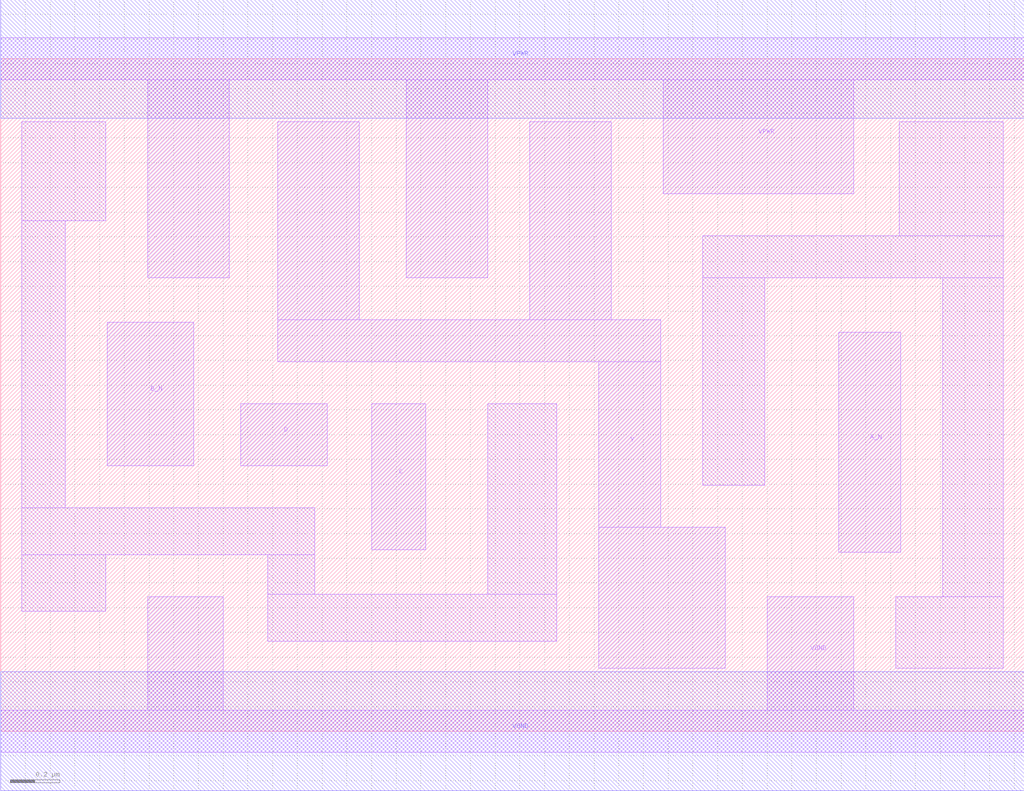
<source format=lef>
# Copyright 2020 The SkyWater PDK Authors
#
# Licensed under the Apache License, Version 2.0 (the "License");
# you may not use this file except in compliance with the License.
# You may obtain a copy of the License at
#
#     https://www.apache.org/licenses/LICENSE-2.0
#
# Unless required by applicable law or agreed to in writing, software
# distributed under the License is distributed on an "AS IS" BASIS,
# WITHOUT WARRANTIES OR CONDITIONS OF ANY KIND, either express or implied.
# See the License for the specific language governing permissions and
# limitations under the License.
#
# SPDX-License-Identifier: Apache-2.0

VERSION 5.5 ;
NAMESCASESENSITIVE ON ;
BUSBITCHARS "[]" ;
DIVIDERCHAR "/" ;
MACRO sky130_fd_sc_hd__nand4bb_1
  CLASS CORE ;
  SOURCE USER ;
  ORIGIN  0.000000  0.000000 ;
  SIZE  4.140000 BY  2.720000 ;
  SYMMETRY X Y R90 ;
  SITE unithd ;
  PIN A_N
    ANTENNAGATEAREA  0.126000 ;
    DIRECTION INPUT ;
    USE SIGNAL ;
    PORT
      LAYER li1 ;
        RECT 3.390000 0.725000 3.640000 1.615000 ;
    END
  END A_N
  PIN B_N
    ANTENNAGATEAREA  0.126000 ;
    DIRECTION INPUT ;
    USE SIGNAL ;
    PORT
      LAYER li1 ;
        RECT 0.430000 1.075000 0.780000 1.655000 ;
    END
  END B_N
  PIN C
    ANTENNAGATEAREA  0.247500 ;
    DIRECTION INPUT ;
    USE SIGNAL ;
    PORT
      LAYER li1 ;
        RECT 1.500000 0.735000 1.720000 1.325000 ;
    END
  END C
  PIN D
    ANTENNAGATEAREA  0.247500 ;
    DIRECTION INPUT ;
    USE SIGNAL ;
    PORT
      LAYER li1 ;
        RECT 0.970000 1.075000 1.320000 1.325000 ;
    END
  END D
  PIN Y
    ANTENNADIFFAREA  0.909000 ;
    DIRECTION OUTPUT ;
    USE SIGNAL ;
    PORT
      LAYER li1 ;
        RECT 1.120000 1.495000 2.670000 1.665000 ;
        RECT 1.120000 1.665000 1.450000 2.465000 ;
        RECT 2.140000 1.665000 2.470000 2.465000 ;
        RECT 2.420000 0.255000 2.930000 0.825000 ;
        RECT 2.420000 0.825000 2.670000 1.495000 ;
    END
  END Y
  PIN VGND
    DIRECTION INOUT ;
    SHAPE ABUTMENT ;
    USE GROUND ;
    PORT
      LAYER li1 ;
        RECT 0.000000 -0.085000 4.140000 0.085000 ;
        RECT 0.595000  0.085000 0.900000 0.545000 ;
        RECT 3.100000  0.085000 3.450000 0.545000 ;
    END
    PORT
      LAYER met1 ;
        RECT 0.000000 -0.240000 4.140000 0.240000 ;
    END
  END VGND
  PIN VPWR
    DIRECTION INOUT ;
    SHAPE ABUTMENT ;
    USE POWER ;
    PORT
      LAYER li1 ;
        RECT 0.000000 2.635000 4.140000 2.805000 ;
        RECT 0.595000 1.835000 0.925000 2.635000 ;
        RECT 1.640000 1.835000 1.970000 2.635000 ;
        RECT 2.680000 2.175000 3.450000 2.635000 ;
    END
    PORT
      LAYER met1 ;
        RECT 0.000000 2.480000 4.140000 2.960000 ;
    END
  END VPWR
  OBS
    LAYER li1 ;
      RECT 0.085000 0.485000 0.425000 0.715000 ;
      RECT 0.085000 0.715000 1.270000 0.905000 ;
      RECT 0.085000 0.905000 0.260000 2.065000 ;
      RECT 0.085000 2.065000 0.425000 2.465000 ;
      RECT 1.080000 0.365000 2.250000 0.555000 ;
      RECT 1.080000 0.555000 1.270000 0.715000 ;
      RECT 1.970000 0.555000 2.250000 1.325000 ;
      RECT 2.840000 0.995000 3.090000 1.835000 ;
      RECT 2.840000 1.835000 4.055000 2.005000 ;
      RECT 3.620000 0.255000 4.055000 0.545000 ;
      RECT 3.635000 2.005000 4.055000 2.465000 ;
      RECT 3.810000 0.545000 4.055000 1.835000 ;
  END
END sky130_fd_sc_hd__nand4bb_1
END LIBRARY

</source>
